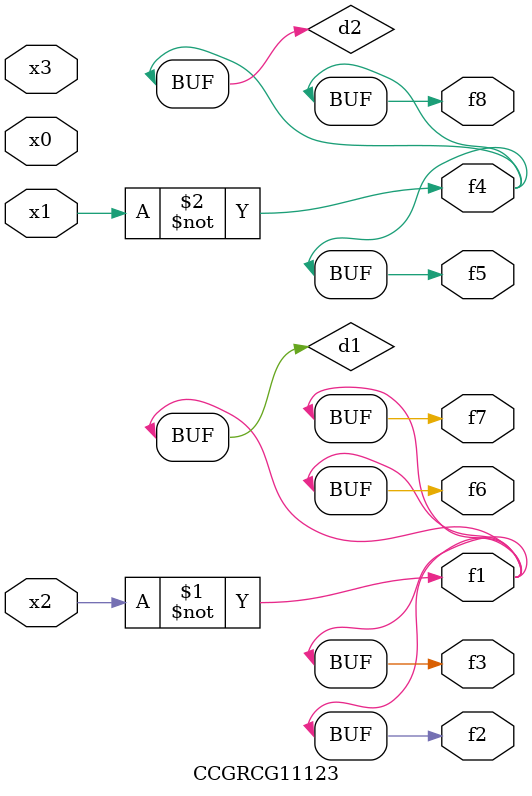
<source format=v>
module CCGRCG11123(
	input x0, x1, x2, x3,
	output f1, f2, f3, f4, f5, f6, f7, f8
);

	wire d1, d2;

	xnor (d1, x2);
	not (d2, x1);
	assign f1 = d1;
	assign f2 = d1;
	assign f3 = d1;
	assign f4 = d2;
	assign f5 = d2;
	assign f6 = d1;
	assign f7 = d1;
	assign f8 = d2;
endmodule

</source>
